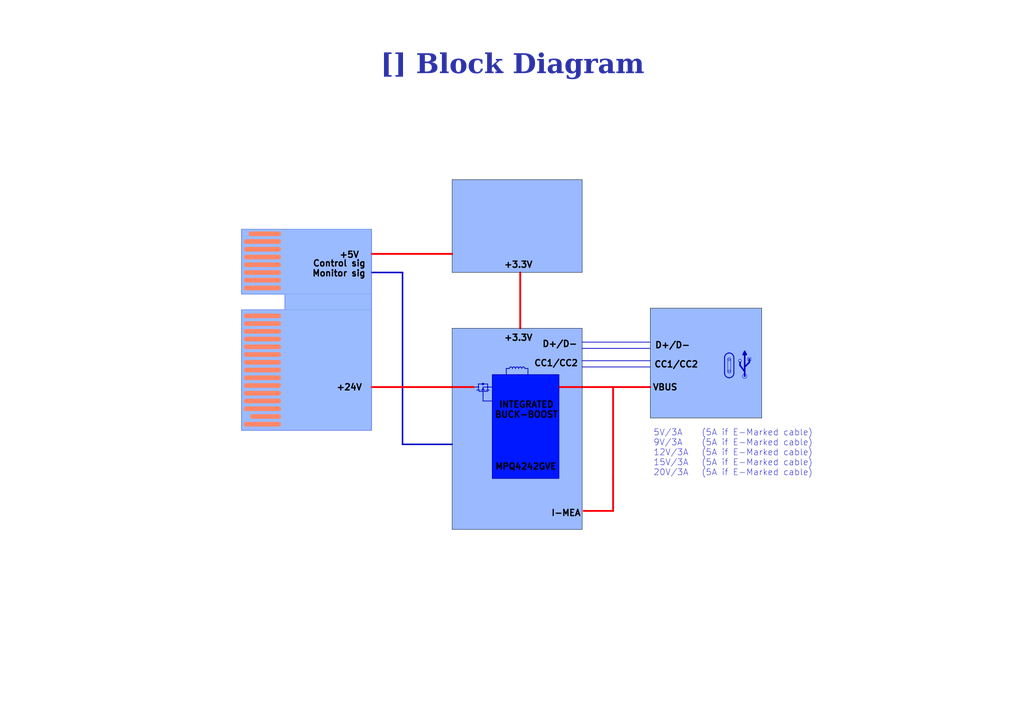
<source format=kicad_sch>
(kicad_sch
	(version 20250114)
	(generator "eeschema")
	(generator_version "9.0")
	(uuid "d4440dba-022e-49b2-97f2-6fc1871c7304")
	(paper "A3")
	(title_block
		(title "Block Diagram")
		(date "2026-01-31")
		(rev "${REVISION}")
		(company "${COMPANY}")
	)
	(lib_symbols)
	(arc
		(start 297.18 146.685)
		(mid 297.738 145.338)
		(end 299.085 144.78)
		(stroke
			(width 0.381)
			(type default)
		)
		(fill
			(type none)
		)
		(uuid 046e7fb2-f61d-48e1-b2bf-4df5f45d6b1e)
	)
	(circle
		(center 299.085 152.4)
		(radius 0.635)
		(stroke
			(width 0)
			(type default)
		)
		(fill
			(type color)
			(color 0 0 0 0)
		)
		(uuid 07f182f8-9ada-46b2-82cc-ce063ca1afc9)
	)
	(circle
		(center 196.215 158.75)
		(radius 0.2191)
		(stroke
			(width 0)
			(type default)
		)
		(fill
			(type none)
		)
		(uuid 23693ca1-ba7a-4763-8155-3b6c401df998)
	)
	(arc
		(start 210.185 151.13)
		(mid 210.371 150.681)
		(end 210.82 150.495)
		(stroke
			(width 0.3048)
			(type default)
		)
		(fill
			(type none)
		)
		(uuid 2aa1172d-3e8c-495d-b0c7-6b53af91dc1f)
	)
	(rectangle
		(start 306.705 146.685)
		(end 307.975 147.955)
		(stroke
			(width 0)
			(type default)
		)
		(fill
			(type color)
			(color 0 0 0 0)
		)
		(uuid 2eff610e-6418-4e59-915c-c7c85481031c)
	)
	(rectangle
		(start 298.45 147.32)
		(end 299.72 152.4)
		(stroke
			(width 0)
			(type default)
		)
		(fill
			(type color)
			(color 0 0 0 0)
		)
		(uuid 333d5126-e404-4960-867a-2f42683d0437)
	)
	(arc
		(start 212.09 150.495)
		(mid 212.539 150.681)
		(end 212.725 151.13)
		(stroke
			(width 0.3048)
			(type default)
		)
		(fill
			(type none)
		)
		(uuid 578a3829-561f-486c-869f-88247add75e1)
	)
	(arc
		(start 300.99 153.035)
		(mid 300.432 154.382)
		(end 299.085 154.94)
		(stroke
			(width 0.381)
			(type default)
		)
		(fill
			(type none)
		)
		(uuid 5b25bb87-09e4-48d5-929e-6676ec8034d9)
	)
	(circle
		(center 303.53 147.955)
		(radius 0.635)
		(stroke
			(width 0)
			(type default)
		)
		(fill
			(type color)
			(color 0 0 0 0)
		)
		(uuid 5baf9247-6a17-4706-9c83-445ffc617fee)
	)
	(arc
		(start 209.55 150.495)
		(mid 209.999 150.681)
		(end 210.185 151.13)
		(stroke
			(width 0.3048)
			(type default)
		)
		(fill
			(type none)
		)
		(uuid 5f231fe9-ecf5-483b-9ce3-23d36278e4ae)
	)
	(arc
		(start 213.36 150.495)
		(mid 213.809 150.681)
		(end 213.995 151.13)
		(stroke
			(width 0.3048)
			(type default)
		)
		(fill
			(type none)
		)
		(uuid 5fb70840-3402-4214-800d-0a13dd25177b)
	)
	(rectangle
		(start 266.7 126.365)
		(end 312.42 171.45)
		(stroke
			(width 0)
			(type default)
			(color 0 0 0 0.83)
		)
		(fill
			(type color)
			(color 125 166 255 0.77)
		)
		(uuid 609abf2d-21fd-4dfb-b73f-d53ee601e7cf)
	)
	(rectangle
		(start 201.93 153.67)
		(end 229.235 196.215)
		(stroke
			(width 0.3048)
			(type default)
		)
		(fill
			(type color)
			(color 0 24 255 1)
		)
		(uuid 62b59196-612c-4d52-ab00-c29874b8ee91)
	)
	(circle
		(center 305.435 154.305)
		(radius 0.898)
		(stroke
			(width 0)
			(type default)
		)
		(fill
			(type color)
			(color 0 0 0 0)
		)
		(uuid 62da0ce8-7b84-4bb9-9170-d2a3cd3dc154)
	)
	(rectangle
		(start 185.42 134.62)
		(end 238.76 217.17)
		(stroke
			(width 0)
			(type default)
			(color 0 0 0 0.83)
		)
		(fill
			(type color)
			(color 125 166 255 0.77)
		)
		(uuid 64f8a1ee-62f6-499a-be03-a169d2805fa2)
	)
	(arc
		(start 208.915 151.13)
		(mid 209.101 150.681)
		(end 209.55 150.495)
		(stroke
			(width 0.3048)
			(type default)
		)
		(fill
			(type none)
		)
		(uuid 82ae582d-0874-48ad-b143-a604d4158693)
	)
	(arc
		(start 212.725 151.13)
		(mid 212.911 150.681)
		(end 213.36 150.495)
		(stroke
			(width 0.3048)
			(type default)
		)
		(fill
			(type none)
		)
		(uuid a2862585-d7ab-4de1-ae37-2fd2d35821d1)
	)
	(rectangle
		(start 116.84 120.65)
		(end 152.4 127)
		(stroke
			(width 0)
			(type default)
			(color 125 166 255 0.768627451)
		)
		(fill
			(type color)
			(color 125 166 255 0.768627451)
		)
		(uuid aa2c605c-78c8-4bdc-ab99-40d87daf9290)
	)
	(arc
		(start 211.455 151.13)
		(mid 211.641 150.681)
		(end 212.09 150.495)
		(stroke
			(width 0.3048)
			(type default)
		)
		(fill
			(type none)
		)
		(uuid af69abf3-1bc2-4a2a-9afe-b378bdb1bb40)
	)
	(arc
		(start 299.085 154.94)
		(mid 297.738 154.382)
		(end 297.18 153.035)
		(stroke
			(width 0.381)
			(type default)
		)
		(fill
			(type none)
		)
		(uuid bfda2af6-f7bd-4901-b558-758b788678d9)
	)
	(rectangle
		(start 99.06 127)
		(end 152.4 176.53)
		(stroke
			(width 0)
			(type default)
			(color 125 166 255 0.768627451)
		)
		(fill
			(type color)
			(color 125 166 255 0.768627451)
		)
		(uuid cdc0604d-d607-4b6e-ba84-a5abc87b09d2)
	)
	(circle
		(center 299.085 147.32)
		(radius 0.635)
		(stroke
			(width 0)
			(type default)
		)
		(fill
			(type color)
			(color 0 0 0 0)
		)
		(uuid cf1dcd78-194b-4458-b083-8062669da8c6)
	)
	(circle
		(center 200.025 158.75)
		(radius 0.1743)
		(stroke
			(width 0.3048)
			(type default)
		)
		(fill
			(type none)
		)
		(uuid d7261f45-9b59-41fe-b6f0-81f5044cc2af)
	)
	(arc
		(start 210.82 150.495)
		(mid 211.269 150.681)
		(end 211.455 151.13)
		(stroke
			(width 0.3048)
			(type default)
		)
		(fill
			(type none)
		)
		(uuid d8904def-acda-4c6e-893c-cd8a45eef149)
	)
	(arc
		(start 213.995 151.13)
		(mid 214.181 150.681)
		(end 214.63 150.495)
		(stroke
			(width 0.3048)
			(type default)
		)
		(fill
			(type none)
		)
		(uuid e030cbab-372e-4704-a376-a601841717a9)
	)
	(arc
		(start 214.63 150.495)
		(mid 215.079 150.681)
		(end 215.265 151.13)
		(stroke
			(width 0.3048)
			(type default)
		)
		(fill
			(type none)
		)
		(uuid e2980d82-5cb7-4172-8dad-37249c7d85ce)
	)
	(rectangle
		(start 185.42 73.66)
		(end 238.76 111.76)
		(stroke
			(width 0)
			(type default)
			(color 0 0 0 0.83)
		)
		(fill
			(type color)
			(color 125 166 255 0.77)
		)
		(uuid ec34464f-975e-4820-aab8-84631d1556a1)
	)
	(arc
		(start 299.085 144.78)
		(mid 300.432 145.338)
		(end 300.99 146.685)
		(stroke
			(width 0.381)
			(type default)
		)
		(fill
			(type none)
		)
		(uuid ee0c2e90-20ee-4929-8bf0-ae9acb5f3dd0)
	)
	(rectangle
		(start 99.06 93.98)
		(end 152.4 120.65)
		(stroke
			(width 0)
			(type default)
			(color 125 166 255 0.768627451)
		)
		(fill
			(type color)
			(color 125 166 255 0.768627451)
		)
		(uuid fed981ae-291c-4592-b91a-e354ee2f8135)
	)
	(text "5V/3A	(5A if E-Marked cable)\n9V/3A	(5A if E-Marked cable)\n12V/3A	(5A if E-Marked cable)\n15V/3A	(5A if E-Marked cable)\n20V/3A	(5A if E-Marked cable)"
		(exclude_from_sim no)
		(at 267.97 185.674 0)
		(effects
			(font
				(size 2.54 2.54)
			)
			(justify left)
		)
		(uuid "094d6c8a-1f43-4884-8cd1-363df7b6ea3e")
	)
	(text "CC1/CC2"
		(exclude_from_sim no)
		(at 228.092 149.098 0)
		(effects
			(font
				(size 2.54 2.54)
				(thickness 0.508)
				(bold yes)
				(color 0 0 0 1)
			)
		)
		(uuid "2f8dfe76-f0bc-43fe-9b03-2a067cd53fca")
	)
	(text "Control sig\nMonitor sig"
		(exclude_from_sim no)
		(at 150.114 110.236 0)
		(effects
			(font
				(size 2.54 2.54)
				(thickness 0.508)
				(bold yes)
				(color 0 0 0 1)
			)
			(justify right)
		)
		(uuid "30f7a765-3368-46fa-8bf0-3e158ec955f7")
	)
	(text "INTEGRATED\nBUCK-BOOST"
		(exclude_from_sim no)
		(at 215.9 168.148 0)
		(effects
			(font
				(size 2.54 2.54)
				(thickness 0.508)
				(bold yes)
				(color 0 0 0 1)
			)
		)
		(uuid "5b94ab47-33bb-4e8d-94a9-52dc18f74033")
	)
	(text "+24V"
		(exclude_from_sim no)
		(at 143.256 159.004 0)
		(effects
			(font
				(size 2.54 2.54)
				(thickness 0.508)
				(bold yes)
				(color 0 0 0 1)
			)
		)
		(uuid "5f96ead6-dcf5-46b1-9d95-081a252fd27f")
	)
	(text "D+/D-"
		(exclude_from_sim no)
		(at 275.844 141.732 0)
		(effects
			(font
				(size 2.54 2.54)
				(thickness 0.508)
				(bold yes)
				(color 0 0 0 1)
			)
		)
		(uuid "655587f9-4dca-4520-9a3a-e55ac792298f")
	)
	(text "+3.3V"
		(exclude_from_sim no)
		(at 212.598 108.712 0)
		(effects
			(font
				(size 2.54 2.54)
				(thickness 0.508)
				(bold yes)
				(color 0 0 0 1)
			)
		)
		(uuid "6b1b23a0-4beb-4496-9cc2-b9ced12724c9")
	)
	(text "D+/D-"
		(exclude_from_sim no)
		(at 229.616 141.224 0)
		(effects
			(font
				(size 2.54 2.54)
				(thickness 0.508)
				(bold yes)
				(color 0 0 0 1)
			)
		)
		(uuid "6d054296-9df8-4750-b4a4-65cb4c0052b5")
	)
	(text "MPQ4242GVE"
		(exclude_from_sim no)
		(at 215.646 191.516 0)
		(effects
			(font
				(size 2.54 2.54)
				(thickness 0.508)
				(bold yes)
				(color 0 0 0 1)
			)
		)
		(uuid "94f292cf-7a78-4256-b3da-f0743d8f9f89")
	)
	(text "+5V"
		(exclude_from_sim no)
		(at 143.256 104.648 0)
		(effects
			(font
				(size 2.54 2.54)
				(thickness 0.508)
				(bold yes)
				(color 0 0 0 1)
			)
		)
		(uuid "c7ed8f27-cb1d-47c4-97b5-9bab11a19374")
	)
	(text "+3.3V"
		(exclude_from_sim no)
		(at 212.598 138.684 0)
		(effects
			(font
				(size 2.54 2.54)
				(thickness 0.508)
				(bold yes)
				(color 0 0 0 1)
			)
		)
		(uuid "c833dd9a-f8c9-4a4a-95fd-81fdf5311c40")
	)
	(text "I-MEA"
		(exclude_from_sim no)
		(at 232.156 210.566 0)
		(effects
			(font
				(size 2.54 2.54)
				(thickness 0.508)
				(bold yes)
				(color 0 0 0 1)
			)
		)
		(uuid "ddbbf232-2771-4be7-97bc-2185776d54ef")
	)
	(text "VBUS"
		(exclude_from_sim no)
		(at 272.796 159.004 0)
		(effects
			(font
				(size 2.54 2.54)
				(thickness 0.508)
				(bold yes)
				(color 0 0 0 1)
			)
		)
		(uuid "e034822e-f525-40cf-86e6-b8893616b8e8")
	)
	(text "CC1/CC2"
		(exclude_from_sim no)
		(at 277.368 149.606 0)
		(effects
			(font
				(size 2.54 2.54)
				(thickness 0.508)
				(bold yes)
				(color 0 0 0 1)
			)
		)
		(uuid "ea8b0c18-1217-4373-b559-a7a6edef8a1c")
	)
	(text_box "[${#}] ${TITLE}"
		(exclude_from_sim no)
		(at 144.78 20.32 0)
		(size 130.81 12.7)
		(margins 5.9999 5.9999 5.9999 5.9999)
		(stroke
			(width -0.0001)
			(type solid)
		)
		(fill
			(type none)
		)
		(effects
			(font
				(face "Times New Roman")
				(size 8 8)
				(thickness 1.2)
				(bold yes)
				(color 43 49 168 1)
			)
		)
		(uuid "73b2b29c-2473-4e80-be0b-4f57c6856c3e")
	)
	(polyline
		(pts
			(xy 300.99 146.685) (xy 300.99 153.035)
		)
		(stroke
			(width 0.381)
			(type default)
		)
		(uuid "02ad93bf-f9f6-4c81-969f-4107edc2ae30")
	)
	(polyline
		(pts
			(xy 116.84 127) (xy 116.84 120.65)
		)
		(stroke
			(width 0)
			(type default)
		)
		(uuid "0bdc66a3-b38d-49c1-82a8-c9b99e8a463c")
	)
	(polyline
		(pts
			(xy 99.06 93.98) (xy 99.06 120.65)
		)
		(stroke
			(width 0)
			(type default)
		)
		(uuid "0bf7a670-7806-4f7e-b7c4-d89692629d8e")
	)
	(polyline
		(pts
			(xy 208.28 151.13) (xy 208.915 151.13)
		)
		(stroke
			(width 0.3048)
			(type default)
		)
		(uuid "0c747827-ce6c-4b5f-8b8c-08f37601b870")
	)
	(polyline
		(pts
			(xy 195.58 160.02) (xy 196.85 160.02)
		)
		(stroke
			(width 0.3048)
			(type default)
		)
		(uuid "0ece7fe9-b873-4c82-a1ae-ca0ca6e1de35")
	)
	(polyline
		(pts
			(xy 305.435 150.495) (xy 307.34 148.59)
		)
		(stroke
			(width 0.635)
			(type default)
		)
		(uuid "0f50cc98-bdf4-4dea-9c85-3d53ffbf38d7")
	)
	(polyline
		(pts
			(xy 100.965 148.59) (xy 114.3 148.59)
		)
		(stroke
			(width 1.905)
			(type default)
			(color 255 134 103 1)
		)
		(uuid "0fae7349-5f39-44fc-9387-60a98bd5fd8a")
	)
	(polyline
		(pts
			(xy 305.435 144.145) (xy 305.435 154.305)
		)
		(stroke
			(width 0.635)
			(type default)
		)
		(uuid "17e6e4e8-5b34-401e-87e3-bd4afe0bf625")
	)
	(polyline
		(pts
			(xy 197.866 157.226) (xy 198.0006 157.1152)
		)
		(stroke
			(width 0.3048)
			(type default)
		)
		(uuid "1960d0b0-fece-4d0f-820a-07128043feb0")
	)
	(polyline
		(pts
			(xy 99.06 93.98) (xy 152.4 93.98)
		)
		(stroke
			(width 0)
			(type default)
		)
		(uuid "1b67248b-f0ef-4993-b418-7963240857a8")
	)
	(polyline
		(pts
			(xy 197.866 157.48) (xy 197.866 157.226)
		)
		(stroke
			(width 0.3048)
			(type default)
		)
		(uuid "1b71e3d3-e05a-4de0-beda-4800e5ee2655")
	)
	(polyline
		(pts
			(xy 297.18 146.685) (xy 297.18 153.035)
		)
		(stroke
			(width 0.381)
			(type default)
		)
		(uuid "1f1b4b16-3b34-41f2-a160-50cfbc578e4c")
	)
	(polyline
		(pts
			(xy 100.965 173.99) (xy 114.3 173.99)
		)
		(stroke
			(width 1.905)
			(type default)
			(color 255 134 103 1)
		)
		(uuid "21e9fc76-f7f9-4473-aa01-0834ff63162c")
	)
	(polyline
		(pts
			(xy 216.535 151.13) (xy 216.535 153.67)
		)
		(stroke
			(width 0.3048)
			(type default)
		)
		(uuid "23217d09-2a5d-427b-9562-29c87ea2901a")
	)
	(polyline
		(pts
			(xy 198.12 158.75) (xy 200.025 158.75)
		)
		(stroke
			(width 0.3048)
			(type default)
		)
		(uuid "239592b0-2312-4138-b90a-0f42d49e8f47")
	)
	(polyline
		(pts
			(xy 251.46 196.215) (xy 251.46 209.55)
		)
		(stroke
			(width 0.762)
			(type default)
			(color 255 0 9 1)
		)
		(uuid "345b6f66-0573-481a-8b20-fd6c1e462776")
	)
	(polyline
		(pts
			(xy 198.12 160.02) (xy 198.12 158.75)
		)
		(stroke
			(width 0.3048)
			(type default)
		)
		(uuid "393f683a-daa5-4b53-ae8e-49f34ff833ef")
	)
	(polyline
		(pts
			(xy 100.965 154.94) (xy 114.3 154.94)
		)
		(stroke
			(width 1.905)
			(type default)
			(color 255 134 103 1)
		)
		(uuid "3de91c7d-cfe6-40f1-90e6-64a60b75c568")
	)
	(polyline
		(pts
			(xy 196.215 160.02) (xy 196.215 157.48)
		)
		(stroke
			(width 0.3048)
			(type default)
		)
		(uuid "41995bd6-2f24-4ab9-8ba4-875a61b986f5")
	)
	(polyline
		(pts
			(xy 100.965 167.64) (xy 114.3 167.64)
		)
		(stroke
			(width 1.905)
			(type default)
			(color 255 134 103 1)
		)
		(uuid "41c0ac49-a659-42e4-bbb8-378a532df60b")
	)
	(polyline
		(pts
			(xy 100.965 142.24) (xy 114.3 142.24)
		)
		(stroke
			(width 1.905)
			(type default)
			(color 255 134 103 1)
		)
		(uuid "489f3ace-05cc-4d16-a715-009c577d7a9c")
	)
	(polyline
		(pts
			(xy 100.965 99.06) (xy 114.3 99.06)
		)
		(stroke
			(width 1.905)
			(type default)
			(color 255 134 103 1)
		)
		(uuid "49c55b15-8b64-4530-9593-c4e0ea7351ea")
	)
	(polyline
		(pts
			(xy 196.342 160.528) (xy 200.152 160.528)
		)
		(stroke
			(width 0.3048)
			(type default)
		)
		(uuid "4b007b53-3d5f-4b05-8e61-7cdbc518b1d6")
	)
	(polyline
		(pts
			(xy 198.374 159.512) (xy 198.12 160.02)
		)
		(stroke
			(width 0.3048)
			(type default)
		)
		(uuid "4daf7bc6-00ea-4e04-912a-ae47a239e378")
	)
	(polyline
		(pts
			(xy 100.965 108.585) (xy 114.3 108.585)
		)
		(stroke
			(width 1.905)
			(type default)
			(color 255 134 103 1)
		)
		(uuid "52eae297-385b-4f43-907b-88e6719f17c9")
	)
	(polyline
		(pts
			(xy 198.12 160.02) (xy 197.866 159.512)
		)
		(stroke
			(width 0.3048)
			(type default)
		)
		(uuid "53a4cffd-6dda-48dc-be64-3b74e03e79e8")
	)
	(polyline
		(pts
			(xy 100.965 161.29) (xy 114.3 161.29)
		)
		(stroke
			(width 1.905)
			(type default)
			(color 255 134 103 1)
		)
		(uuid "549ed387-6838-4770-b4bb-dbfebe3f3fe5")
	)
	(polyline
		(pts
			(xy 238.76 140.335) (xy 266.7 140.335)
		)
		(stroke
			(width 0.3048)
			(type default)
		)
		(uuid "55df632e-0d40-4ecf-a35d-50e90733805b")
	)
	(polyline
		(pts
			(xy 215.265 151.13) (xy 216.535 151.13)
		)
		(stroke
			(width 0.3048)
			(type default)
		)
		(uuid "58dcf3e5-01d0-474b-aa68-f8504d426db1")
	)
	(polyline
		(pts
			(xy 305.435 152.4) (xy 303.53 149.86)
		)
		(stroke
			(width 0.635)
			(type default)
		)
		(uuid "5eed0601-013f-4a60-8511-e777619e0f0c")
	)
	(polyline
		(pts
			(xy 100.965 151.765) (xy 114.3 151.765)
		)
		(stroke
			(width 1.905)
			(type default)
			(color 255 134 103 1)
		)
		(uuid "608a3667-2272-45ed-af70-811025df2430")
	)
	(polyline
		(pts
			(xy 100.965 114.935) (xy 114.3 114.935)
		)
		(stroke
			(width 1.905)
			(type default)
			(color 255 134 103 1)
		)
		(uuid "6c84a959-79bf-4b03-8106-43b6f6f9f960")
	)
	(polyline
		(pts
			(xy 199.39 160.02) (xy 200.66 160.02)
		)
		(stroke
			(width 0.3048)
			(type default)
		)
		(uuid "6d1e8a54-b806-47c3-95fc-dfaef30cdfd1")
	)
	(polyline
		(pts
			(xy 100.965 111.76) (xy 114.3 111.76)
		)
		(stroke
			(width 1.905)
			(type default)
			(color 255 134 103 1)
		)
		(uuid "6deda5c8-d08f-4067-bfe1-679f161ef176")
	)
	(polyline
		(pts
			(xy 238.76 142.875) (xy 266.7 142.875)
		)
		(stroke
			(width 0.3048)
			(type default)
		)
		(uuid "748ee4d1-8adc-4180-bacf-c55e02f802b1")
	)
	(polyline
		(pts
			(xy 198.374 157.734) (xy 197.866 157.48)
		)
		(stroke
			(width 0.3048)
			(type default)
		)
		(uuid "74caf522-024c-419f-bdb0-e4310d5bf100")
	)
	(polyline
		(pts
			(xy 100.965 105.41) (xy 114.3 105.41)
		)
		(stroke
			(width 1.905)
			(type default)
			(color 255 134 103 1)
		)
		(uuid "789f40f9-f786-434d-9039-2d5e4225e75c")
	)
	(polyline
		(pts
			(xy 200.025 157.48) (xy 200.025 160.02)
		)
		(stroke
			(width 0.3048)
			(type default)
		)
		(uuid "7d19cbc3-148e-4474-b730-09fb0ff5861b")
	)
	(polyline
		(pts
			(xy 229.235 158.75) (xy 266.7 158.75)
		)
		(stroke
			(width 0.762)
			(type default)
			(color 255 0 9 1)
		)
		(uuid "81ab18ba-b37b-407f-9524-3975f91b86e7")
	)
	(polyline
		(pts
			(xy 100.965 139.065) (xy 114.3 139.065)
		)
		(stroke
			(width 1.905)
			(type default)
			(color 255 134 103 1)
		)
		(uuid "8201c1a6-fd0e-414d-89b1-4e47343dedbe")
	)
	(polyline
		(pts
			(xy 305.435 144.145) (xy 304.8 145.415)
		)
		(stroke
			(width 0.635)
			(type default)
		)
		(uuid "823ae2df-8471-438b-a0d5-0fe9b1512238")
	)
	(polyline
		(pts
			(xy 198.12 161.925) (xy 198.12 164.465)
		)
		(stroke
			(width 0.3048)
			(type default)
		)
		(uuid "82ed3d43-a48e-4712-9d36-70cb019aea9f")
	)
	(polyline
		(pts
			(xy 200.152 158.75) (xy 201.676 158.75)
		)
		(stroke
			(width 0.3048)
			(type default)
		)
		(uuid "847e3d2f-3dca-4cb6-a496-17ec02fd916a")
	)
	(polyline
		(pts
			(xy 198.12 162.052) (xy 198.12 160.528)
		)
		(stroke
			(width 0.3048)
			(type default)
		)
		(uuid "85a92bf6-81ed-4032-8876-9275356ecfbf")
	)
	(polyline
		(pts
			(xy 100.965 129.54) (xy 114.3 129.54)
		)
		(stroke
			(width 1.905)
			(type default)
			(color 255 134 103 1)
		)
		(uuid "886e8feb-eeae-4d06-9835-5b47a7e9f003")
	)
	(polyline
		(pts
			(xy 152.4 158.75) (xy 194.31 158.75)
		)
		(stroke
			(width 0.762)
			(type default)
			(color 255 0 9 1)
		)
		(uuid "8a327ad6-9a93-4ede-b33c-825aa80a8ffb")
	)
	(polyline
		(pts
			(xy 100.965 158.115) (xy 114.3 158.115)
		)
		(stroke
			(width 1.905)
			(type default)
			(color 255 134 103 1)
		)
		(uuid "8aa45a79-2873-4c4d-8921-da6785742868")
	)
	(polyline
		(pts
			(xy 152.4 104.14) (xy 185.42 104.14)
		)
		(stroke
			(width 0.762)
			(type default)
			(color 255 0 9 1)
		)
		(uuid "8d1f24c0-62b6-431c-9ea2-d72e430d8799")
	)
	(polyline
		(pts
			(xy 238.76 147.955) (xy 266.7 147.955)
		)
		(stroke
			(width 0.3048)
			(type default)
		)
		(uuid "95e5a320-7763-4b94-b989-a87f729b0e77")
	)
	(polyline
		(pts
			(xy 165.1 182.245) (xy 185.42 182.245)
		)
		(stroke
			(width 0.6096)
			(type default)
		)
		(uuid "986336df-ba55-4699-b0e8-12d7e741f113")
	)
	(polyline
		(pts
			(xy 239.395 209.55) (xy 251.46 209.55)
		)
		(stroke
			(width 0.762)
			(type default)
			(color 255 0 9 1)
		)
		(uuid "a277cd02-2a88-45bd-96df-d12798eca135")
	)
	(polyline
		(pts
			(xy 100.965 102.235) (xy 114.3 102.235)
		)
		(stroke
			(width 1.905)
			(type default)
			(color 255 134 103 1)
		)
		(uuid "a59b21d3-c774-42fb-94e8-4336cab371d9")
	)
	(polyline
		(pts
			(xy 99.06 127) (xy 116.84 127)
		)
		(stroke
			(width 0)
			(type default)
		)
		(uuid "af8106a6-bb96-400f-b7e2-42b1d55ce6ec")
	)
	(polyline
		(pts
			(xy 238.76 150.495) (xy 266.7 150.495)
		)
		(stroke
			(width 0.3048)
			(type default)
		)
		(uuid "afbe9614-f82c-4f04-9618-8c11944ae5a0")
	)
	(polyline
		(pts
			(xy 207.645 151.13) (xy 207.645 153.67)
		)
		(stroke
			(width 0.3048)
			(type default)
		)
		(uuid "b005be04-c227-4f89-bf36-de3659497b42")
	)
	(polyline
		(pts
			(xy 152.4 176.53) (xy 99.06 176.53)
		)
		(stroke
			(width 0)
			(type default)
		)
		(uuid "b080c079-9953-4e9c-91bb-0d3f8d73923d")
	)
	(polyline
		(pts
			(xy 305.435 144.145) (xy 306.07 145.415)
		)
		(stroke
			(width 0.635)
			(type default)
		)
		(uuid "b0cc0d91-e9f7-4daa-a669-704ce523d899")
	)
	(polyline
		(pts
			(xy 196.215 157.48) (xy 200.025 157.48)
		)
		(stroke
			(width 0.3048)
			(type default)
		)
		(uuid "b1047ca0-8120-4752-9397-21ce8c0803db")
	)
	(polyline
		(pts
			(xy 100.965 132.715) (xy 114.3 132.715)
		)
		(stroke
			(width 1.905)
			(type default)
			(color 255 134 103 1)
		)
		(uuid "b3fa6537-bd7d-44e8-b21d-a90d105e9133")
	)
	(polyline
		(pts
			(xy 198.374 157.226) (xy 198.374 157.734)
		)
		(stroke
			(width 0.3048)
			(type default)
		)
		(uuid "b767a920-9b6d-42cc-bafe-e187a8b27571")
	)
	(polyline
		(pts
			(xy 304.8 145.415) (xy 306.07 145.415)
		)
		(stroke
			(width 0.635)
			(type default)
		)
		(uuid "badfdb90-3da9-4ec3-88de-f5c1186dd701")
	)
	(polyline
		(pts
			(xy 116.84 120.65) (xy 99.06 120.65)
		)
		(stroke
			(width 0)
			(type default)
		)
		(uuid "bc55bee0-c782-4385-8966-89d26bccf783")
	)
	(polyline
		(pts
			(xy 152.4 111.76) (xy 165.1 111.76)
		)
		(stroke
			(width 0.6096)
			(type default)
		)
		(uuid "c1df42d9-986f-491e-813d-5b2a1772d686")
	)
	(polyline
		(pts
			(xy 152.4 93.98) (xy 152.4 176.53)
		)
		(stroke
			(width 0)
			(type default)
		)
		(uuid "c73c73a6-37e1-4967-a418-11c16df10e0c")
	)
	(polyline
		(pts
			(xy 100.965 135.89) (xy 114.3 135.89)
		)
		(stroke
			(width 1.905)
			(type default)
			(color 255 134 103 1)
		)
		(uuid "ca7acd31-107c-444a-839d-d1e56c5cf5ee")
	)
	(polyline
		(pts
			(xy 197.866 157.48) (xy 198.374 157.226)
		)
		(stroke
			(width 0.3048)
			(type default)
		)
		(uuid "ce28eb1b-ad02-42a1-a138-2f31158c465f")
	)
	(polyline
		(pts
			(xy 194.564 158.75) (xy 196.088 158.75)
		)
		(stroke
			(width 0.3048)
			(type default)
		)
		(uuid "d48f7028-4300-4dbc-a32a-6f733978f890")
	)
	(polyline
		(pts
			(xy 213.36 134.62) (xy 213.36 111.76)
		)
		(stroke
			(width 0.762)
			(type default)
			(color 255 0 9 1)
		)
		(uuid "d51497d6-753b-4364-a410-361fde4de32a")
	)
	(polyline
		(pts
			(xy 197.485 160.02) (xy 198.755 160.02)
		)
		(stroke
			(width 0.3048)
			(type default)
		)
		(uuid "d5b4196f-fdbd-46a3-9636-964a6068ee14")
	)
	(polyline
		(pts
			(xy 303.53 148.59) (xy 303.53 149.86)
		)
		(stroke
			(width 0.635)
			(type default)
		)
		(uuid "da0075f8-203d-4ca7-ae5b-cdc09b4bad75")
	)
	(polyline
		(pts
			(xy 251.46 196.215) (xy 251.46 158.75)
		)
		(stroke
			(width 0.762)
			(type default)
			(color 255 0 9 1)
		)
		(uuid "da02ca54-089c-4983-a97f-f64d2f64aa38")
	)
	(polyline
		(pts
			(xy 307.34 147.32) (xy 307.34 148.59)
		)
		(stroke
			(width 0.635)
			(type default)
		)
		(uuid "de1de457-1b11-47b1-962b-99ba02a68aa1")
	)
	(polyline
		(pts
			(xy 197.7685 157.8905) (xy 197.866 157.734)
		)
		(stroke
			(width 0.3048)
			(type default)
		)
		(uuid "df6458a3-58a9-4d4c-abe3-de3a171d737d")
	)
	(polyline
		(pts
			(xy 100.965 145.415) (xy 114.3 145.415)
		)
		(stroke
			(width 1.905)
			(type default)
			(color 255 134 103 1)
		)
		(uuid "e067eca5-1f8d-4b5e-a941-43610a35d0f4")
	)
	(polyline
		(pts
			(xy 102.87 95.885) (xy 114.3 95.885)
		)
		(stroke
			(width 1.905)
			(type default)
			(color 255 134 103 1)
		)
		(uuid "e16303a7-5688-424d-b558-905ea8d61489")
	)
	(polyline
		(pts
			(xy 100.965 164.465) (xy 114.3 164.465)
		)
		(stroke
			(width 1.905)
			(type default)
			(color 255 134 103 1)
		)
		(uuid "e18cf016-3bb9-482d-89ec-a35dff4be3a1")
	)
	(polyline
		(pts
			(xy 100.965 118.11) (xy 114.3 118.11)
		)
		(stroke
			(width 1.905)
			(type default)
			(color 255 134 103 1)
		)
		(uuid "eb44621c-cf60-4ea9-8fa1-aa035d870f83")
	)
	(polyline
		(pts
			(xy 103.505 170.815) (xy 114.3 170.815)
		)
		(stroke
			(width 1.905)
			(type default)
			(color 255 134 103 1)
		)
		(uuid "ebc48ec1-7c51-406d-acf3-f38f05c27ea6")
	)
	(polyline
		(pts
			(xy 165.1 111.76) (xy 165.1 182.245)
		)
		(stroke
			(width 0.6096)
			(type default)
		)
		(uuid "ef011757-39ff-4712-88f8-eb6c7852d769")
	)
	(polyline
		(pts
			(xy 197.866 159.512) (xy 198.374 159.512)
		)
		(stroke
			(width 0.3048)
			(type default)
		)
		(uuid "efe337d2-2a38-4f37-87f0-8f05afaf9b3b")
	)
	(polyline
		(pts
			(xy 198.12 164.465) (xy 201.93 164.465)
		)
		(stroke
			(width 0.3048)
			(type default)
		)
		(uuid "f03b6483-f7f0-4147-aef5-de92c86dac9a")
	)
	(polyline
		(pts
			(xy 99.06 176.53) (xy 99.06 127)
		)
		(stroke
			(width 0)
			(type default)
		)
		(uuid "f7368566-7104-4a57-88dc-4cafcf448d7a")
	)
	(polyline
		(pts
			(xy 197.866 157.48) (xy 197.866 157.734)
		)
		(stroke
			(width 0.3048)
			(type default)
		)
		(uuid "fe84b3c9-4676-4104-b07a-4031c50dd6f0")
	)
	(polyline
		(pts
			(xy 207.645 151.13) (xy 208.28 151.13)
		)
		(stroke
			(width 0.3048)
			(type default)
		)
		(uuid "ff5a5696-6c0d-48ad-a9c5-43f57cf527f9")
	)
)

</source>
